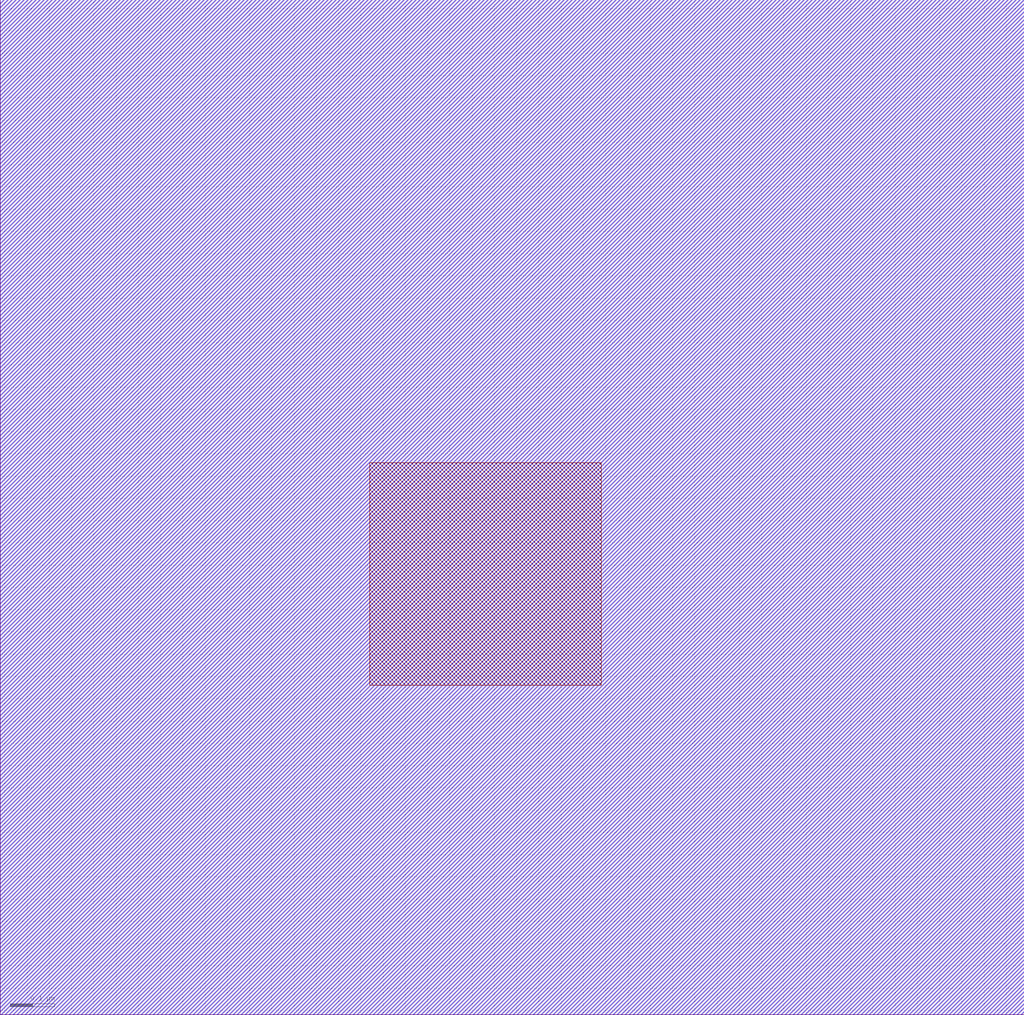
<source format=lef>
VERSION 5.7 ;
  NOWIREEXTENSIONATPIN ON ;
  DIVIDERCHAR "/" ;
  BUSBITCHARS "[]" ;
UNITS
  DATABASE MICRONS 200 ;
END UNITS

LAYER via2
  TYPE CUT ;
END via2

LAYER via
  TYPE CUT ;
END via

LAYER nwell
  TYPE MASTERSLICE ;
END nwell

LAYER via3
  TYPE CUT ;
END via3

LAYER pwell
  TYPE MASTERSLICE ;
END pwell

LAYER via4
  TYPE CUT ;
END via4

LAYER mcon
  TYPE CUT ;
END mcon

LAYER met6
  TYPE ROUTING ;
  WIDTH 0.030000 ;
  SPACING 0.040000 ;
  DIRECTION HORIZONTAL ;
END met6

LAYER met1
  TYPE ROUTING ;
  WIDTH 0.140000 ;
  SPACING 0.140000 ;
  DIRECTION HORIZONTAL ;
END met1

LAYER met3
  TYPE ROUTING ;
  WIDTH 0.300000 ;
  SPACING 0.300000 ;
  DIRECTION HORIZONTAL ;
END met3

LAYER met2
  TYPE ROUTING ;
  WIDTH 0.140000 ;
  SPACING 0.140000 ;
  DIRECTION HORIZONTAL ;
END met2

LAYER met4
  TYPE ROUTING ;
  WIDTH 0.300000 ;
  SPACING 0.300000 ;
  DIRECTION HORIZONTAL ;
END met4

LAYER met5
  TYPE ROUTING ;
  WIDTH 1.600000 ;
  SPACING 1.600000 ;
  DIRECTION HORIZONTAL ;
END met5

LAYER li1
  TYPE ROUTING ;
  WIDTH 0.170000 ;
  SPACING 0.170000 ;
  DIRECTION HORIZONTAL ;
END li1

MACRO sky130_hilas_CapModule01a
  CLASS BLOCK ;
  FOREIGN sky130_hilas_CapModule01a ;
  ORIGIN 4.160 2.160 ;
  SIZE 2.300 BY 2.280 ;
  OBS
      LAYER met3 ;
        RECT -4.160 -2.160 -1.860 0.120 ;
      LAYER met4 ;
        RECT -3.330 -1.420 -2.810 -0.920 ;
  END
END sky130_hilas_CapModule01a
END LIBRARY


</source>
